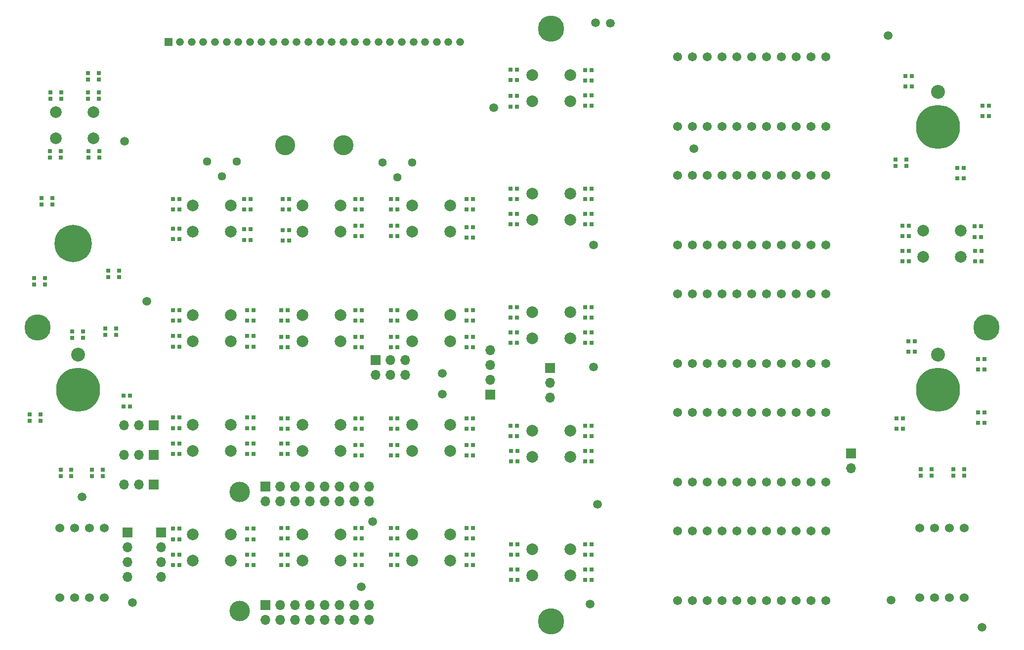
<source format=gbr>
%TF.GenerationSoftware,KiCad,Pcbnew,8.0.5*%
%TF.CreationDate,2024-10-17T21:28:36-06:00*%
%TF.ProjectId,UFC_Main,5546435f-4d61-4696-9e2e-6b696361645f,6.2.0*%
%TF.SameCoordinates,Original*%
%TF.FileFunction,Soldermask,Top*%
%TF.FilePolarity,Negative*%
%FSLAX46Y46*%
G04 Gerber Fmt 4.6, Leading zero omitted, Abs format (unit mm)*
G04 Created by KiCad (PCBNEW 8.0.5) date 2024-10-17 21:28:36*
%MOMM*%
%LPD*%
G01*
G04 APERTURE LIST*
%ADD10C,4.500000*%
%ADD11C,7.540752*%
%ADD12C,2.381250*%
%ADD13C,6.400000*%
%ADD14C,1.500000*%
%ADD15C,1.524000*%
%ADD16C,1.544000*%
%ADD17C,3.435000*%
%ADD18R,1.337000X1.337000*%
%ADD19C,1.337000*%
%ADD20R,0.700000X0.700000*%
%ADD21C,2.000000*%
%ADD22R,1.700000X1.700000*%
%ADD23O,1.700000X1.700000*%
%ADD24C,3.500000*%
%ADD25C,1.440000*%
G04 APERTURE END LIST*
D10*
%TO.C,MK1*%
X90945560Y105569200D03*
%TD*%
%TO.C,MK2*%
X165494560Y54388200D03*
%TD*%
%TO.C,MK3*%
X90945560Y3969200D03*
%TD*%
%TO.C,MK4*%
X2934560Y54388200D03*
%TD*%
D11*
%TO.C,POT1*%
X9919560Y43657200D03*
D12*
X9919560Y49657200D03*
%TD*%
D11*
%TO.C,POT3*%
X157239560Y88741200D03*
D12*
X157239560Y94741200D03*
%TD*%
D11*
%TO.C,POT2*%
X157239560Y43657200D03*
D12*
X157239560Y49657200D03*
%TD*%
D13*
%TO.C,MK5*%
X9030560Y68739200D03*
%TD*%
D14*
%TO.C,TP1*%
X98513200Y106605200D03*
%TD*%
%TO.C,TP2*%
X101053200Y106520700D03*
%TD*%
D15*
%TO.C,DS7*%
X6725560Y8051200D03*
X9265560Y8051200D03*
X11805560Y8051200D03*
X14345560Y8051200D03*
X14345560Y19951200D03*
X11805560Y19951200D03*
X9265560Y19951200D03*
X6725560Y19951200D03*
%TD*%
%TO.C,DS8*%
X154045560Y8051200D03*
X156585560Y8051200D03*
X159125560Y8051200D03*
X161665560Y8051200D03*
X161665560Y19951200D03*
X159125560Y19951200D03*
X156585560Y19951200D03*
X154045560Y19951200D03*
%TD*%
D16*
%TO.C,DS2*%
X112562560Y88831200D03*
X115102560Y88831200D03*
X117642560Y88831200D03*
X120182560Y88831200D03*
X122722560Y88831200D03*
X125262560Y88831200D03*
X127802560Y88831200D03*
X130342560Y88831200D03*
X132882560Y88831200D03*
X135422560Y88831200D03*
X137962560Y88831200D03*
X137962560Y100731200D03*
X135422560Y100731200D03*
X132882560Y100731200D03*
X130342560Y100731200D03*
X127802560Y100731200D03*
X125262560Y100731200D03*
X122722560Y100731200D03*
X120182560Y100731200D03*
X117642560Y100731200D03*
X115102560Y100731200D03*
X112557560Y100781200D03*
%TD*%
%TO.C,DS3*%
X112562560Y68511200D03*
X115102560Y68511200D03*
X117642560Y68511200D03*
X120182560Y68511200D03*
X122722560Y68511200D03*
X125262560Y68511200D03*
X127802560Y68511200D03*
X130342560Y68511200D03*
X132882560Y68511200D03*
X135422560Y68511200D03*
X137962560Y68511200D03*
X137962560Y80411200D03*
X135422560Y80411200D03*
X132882560Y80411200D03*
X130342560Y80411200D03*
X127802560Y80411200D03*
X125262560Y80411200D03*
X122722560Y80411200D03*
X120182560Y80411200D03*
X117642560Y80411200D03*
X115102560Y80411200D03*
X112557560Y80461200D03*
%TD*%
%TO.C,DS4*%
X112562560Y48191200D03*
X115102560Y48191200D03*
X117642560Y48191200D03*
X120182560Y48191200D03*
X122722560Y48191200D03*
X125262560Y48191200D03*
X127802560Y48191200D03*
X130342560Y48191200D03*
X132882560Y48191200D03*
X135422560Y48191200D03*
X137962560Y48191200D03*
X137962560Y60091200D03*
X135422560Y60091200D03*
X132882560Y60091200D03*
X130342560Y60091200D03*
X127802560Y60091200D03*
X125262560Y60091200D03*
X122722560Y60091200D03*
X120182560Y60091200D03*
X117642560Y60091200D03*
X115102560Y60091200D03*
X112557560Y60141200D03*
%TD*%
%TO.C,DS5*%
X112562560Y27871200D03*
X115102560Y27871200D03*
X117642560Y27871200D03*
X120182560Y27871200D03*
X122722560Y27871200D03*
X125262560Y27871200D03*
X127802560Y27871200D03*
X130342560Y27871200D03*
X132882560Y27871200D03*
X135422560Y27871200D03*
X137962560Y27871200D03*
X137962560Y39771200D03*
X135422560Y39771200D03*
X132882560Y39771200D03*
X130342560Y39771200D03*
X127802560Y39771200D03*
X125262560Y39771200D03*
X122722560Y39771200D03*
X120182560Y39771200D03*
X117642560Y39771200D03*
X115102560Y39771200D03*
X112557560Y39821200D03*
%TD*%
%TO.C,DS6*%
X112562560Y7551200D03*
X115102560Y7551200D03*
X117642560Y7551200D03*
X120182560Y7551200D03*
X122722560Y7551200D03*
X125262560Y7551200D03*
X127802560Y7551200D03*
X130342560Y7551200D03*
X132882560Y7551200D03*
X135422560Y7551200D03*
X137962560Y7551200D03*
X137962560Y19451200D03*
X135422560Y19451200D03*
X132882560Y19451200D03*
X130342560Y19451200D03*
X127802560Y19451200D03*
X125262560Y19451200D03*
X122722560Y19451200D03*
X120182560Y19451200D03*
X117642560Y19451200D03*
X115102560Y19451200D03*
X112557560Y19501200D03*
%TD*%
D17*
%TO.C,BL1*%
X45338560Y85578200D03*
X55338560Y85578200D03*
%TD*%
D18*
%TO.C,DS1*%
X25336560Y103282200D03*
D19*
X27336560Y103282200D03*
X29336560Y103282200D03*
X31336560Y103282200D03*
X33336560Y103282200D03*
X35336560Y103282200D03*
X37336560Y103282200D03*
X39336560Y103282200D03*
X41336560Y103282200D03*
X43336560Y103282200D03*
X45336560Y103282200D03*
X47336560Y103282200D03*
X49336560Y103282200D03*
X51336560Y103282200D03*
X53336560Y103282200D03*
X55336560Y103282200D03*
X57336560Y103282200D03*
X59336560Y103282200D03*
X61336560Y103282200D03*
X63336560Y103282200D03*
X65336560Y103282200D03*
X67336560Y103282200D03*
X69336560Y103282200D03*
X71336560Y103282200D03*
X73336560Y103282200D03*
X75336560Y103282200D03*
%TD*%
D20*
%TO.C,D30*%
X39412000Y76380200D03*
X38312000Y76380200D03*
X38312000Y74550200D03*
X39412000Y74550200D03*
%TD*%
%TO.C,D13*%
X13415000Y93550000D03*
X13415000Y94650000D03*
X11585000Y94650000D03*
X11585000Y93550000D03*
%TD*%
%TO.C,D44*%
X58462000Y19992200D03*
X57362000Y19992200D03*
X57362000Y18162200D03*
X58462000Y18162200D03*
%TD*%
D21*
%TO.C,SW4*%
X87695560Y77339200D03*
X94195560Y77339200D03*
X87695560Y72839200D03*
X94195560Y72839200D03*
%TD*%
D20*
%TO.C,D57*%
X63458000Y18162200D03*
X64558000Y18162200D03*
X64558000Y19992200D03*
X63458000Y19992200D03*
%TD*%
%TO.C,D99*%
X97832000Y53520200D03*
X96732000Y53520200D03*
X96732000Y51690200D03*
X97832000Y51690200D03*
%TD*%
%TO.C,D67*%
X83990000Y96749200D03*
X85090000Y96749200D03*
X85090000Y98579200D03*
X83990000Y98579200D03*
%TD*%
%TO.C,D1*%
X12285000Y29950000D03*
X12285000Y28850000D03*
X14115000Y28850000D03*
X14115000Y29950000D03*
%TD*%
%TO.C,D17*%
X26120000Y55500200D03*
X27220000Y55500200D03*
X27220000Y57330200D03*
X26120000Y57330200D03*
%TD*%
%TO.C,D9*%
X15087000Y64077200D03*
X15087000Y62977200D03*
X16917000Y62977200D03*
X16917000Y64077200D03*
%TD*%
%TO.C,D52*%
X63458000Y69978200D03*
X64558000Y69978200D03*
X64558000Y71808200D03*
X63458000Y71808200D03*
%TD*%
%TO.C,D62*%
X77512000Y38788200D03*
X76412000Y38788200D03*
X76412000Y36958200D03*
X77512000Y36958200D03*
%TD*%
%TO.C,D111*%
X152104000Y50166200D03*
X153204000Y50166200D03*
X153204000Y51996200D03*
X152104000Y51996200D03*
%TD*%
%TO.C,D14*%
X13415000Y96850000D03*
X13415000Y97950000D03*
X11585000Y97950000D03*
X11585000Y96850000D03*
%TD*%
%TO.C,D27*%
X39920000Y52885200D03*
X38820000Y52885200D03*
X38820000Y51055200D03*
X39920000Y51055200D03*
%TD*%
%TO.C,D54*%
X63458000Y50928200D03*
X64558000Y50928200D03*
X64558000Y52758200D03*
X63458000Y52758200D03*
%TD*%
D21*
%TO.C,SW12*%
X87695560Y36699200D03*
X94195560Y36699200D03*
X87695560Y32199200D03*
X94195560Y32199200D03*
%TD*%
D20*
%TO.C,D46*%
X58462000Y38788200D03*
X57362000Y38788200D03*
X57362000Y36958200D03*
X58462000Y36958200D03*
%TD*%
%TO.C,D2*%
X6885000Y29950000D03*
X6885000Y28850000D03*
X8715000Y28850000D03*
X8715000Y29950000D03*
%TD*%
%TO.C,D91*%
X83990000Y35688200D03*
X85090000Y35688200D03*
X85090000Y37518200D03*
X83990000Y37518200D03*
%TD*%
%TO.C,D109*%
X151088000Y69978200D03*
X152188000Y69978200D03*
X152188000Y71808200D03*
X151088000Y71808200D03*
%TD*%
D14*
%TO.C,TP12*%
X81060000Y92025000D03*
%TD*%
D20*
%TO.C,D63*%
X77512000Y52758200D03*
X76412000Y52758200D03*
X76412000Y50928200D03*
X77512000Y50928200D03*
%TD*%
D21*
%TO.C,SW11*%
X67121561Y37715200D03*
X73621561Y37715200D03*
X67121561Y33215200D03*
X73621561Y33215200D03*
%TD*%
D14*
%TO.C,TP10*%
X17868200Y86285200D03*
%TD*%
%TO.C,TP18*%
X98840000Y24080000D03*
%TD*%
D20*
%TO.C,D45*%
X58462000Y34216200D03*
X57362000Y34216200D03*
X57362000Y32386200D03*
X58462000Y32386200D03*
%TD*%
%TO.C,D49*%
X58462000Y71808200D03*
X57362000Y71808200D03*
X57362000Y69978200D03*
X58462000Y69978200D03*
%TD*%
%TO.C,D113*%
X156109000Y28983200D03*
X156109000Y30083200D03*
X154279000Y30083200D03*
X154279000Y28983200D03*
%TD*%
D21*
%TO.C,SW5*%
X29529560Y56511204D03*
X36029560Y56511204D03*
X29529560Y52011204D03*
X36029560Y52011204D03*
%TD*%
D14*
%TO.C,TP13*%
X115350000Y85040000D03*
%TD*%
%TO.C,TP16*%
X149140000Y7600000D03*
%TD*%
D20*
%TO.C,D33*%
X44662000Y55500200D03*
X45762000Y55500200D03*
X45762000Y57330200D03*
X44662000Y57330200D03*
%TD*%
%TO.C,D26*%
X39920000Y38915200D03*
X38820000Y38915200D03*
X38820000Y37085200D03*
X39920000Y37085200D03*
%TD*%
%TO.C,D97*%
X97832000Y33200200D03*
X96732000Y33200200D03*
X96732000Y31370200D03*
X97832000Y31370200D03*
%TD*%
%TO.C,D101*%
X97832000Y73840200D03*
X96732000Y73840200D03*
X96732000Y72010200D03*
X97832000Y72010200D03*
%TD*%
%TO.C,D50*%
X58462000Y76380200D03*
X57362000Y76380200D03*
X57362000Y74550200D03*
X58462000Y74550200D03*
%TD*%
%TO.C,D41*%
X44662000Y18162200D03*
X45762000Y18162200D03*
X45762000Y19992200D03*
X44662000Y19992200D03*
%TD*%
%TO.C,D8*%
X3657000Y76523200D03*
X3657000Y75423200D03*
X5487000Y75423200D03*
X5487000Y76523200D03*
%TD*%
D21*
%TO.C,SW10*%
X48325562Y37715200D03*
X54825562Y37715200D03*
X48325562Y33215200D03*
X54825562Y33215200D03*
%TD*%
%TO.C,SW9*%
X29529561Y37715200D03*
X36029561Y37715200D03*
X29529561Y33215200D03*
X36029561Y33215200D03*
%TD*%
%TO.C,SW7*%
X67121560Y56511204D03*
X73621560Y56511204D03*
X67121560Y52011204D03*
X73621560Y52011204D03*
%TD*%
D14*
%TO.C,TP7*%
X164770000Y2980000D03*
%TD*%
D20*
%TO.C,D107*%
X160486000Y79884200D03*
X161586000Y79884200D03*
X161586000Y81714200D03*
X160486000Y81714200D03*
%TD*%
%TO.C,D10*%
X11685000Y84550000D03*
X11685000Y83450000D03*
X13515000Y83450000D03*
X13515000Y84550000D03*
%TD*%
D21*
%TO.C,SW17*%
X87695560Y97659200D03*
X94195560Y97659200D03*
X87695560Y93159200D03*
X94195560Y93159200D03*
%TD*%
D20*
%TO.C,D68*%
X83990000Y92229200D03*
X85090000Y92229200D03*
X85090000Y94059200D03*
X83990000Y94059200D03*
%TD*%
D21*
%TO.C,SW14*%
X48325562Y18919199D03*
X54825562Y18919199D03*
X48325562Y14419199D03*
X54825562Y14419199D03*
%TD*%
D20*
%TO.C,D90*%
X83990000Y51690200D03*
X85090000Y51690200D03*
X85090000Y53520200D03*
X83990000Y53520200D03*
%TD*%
%TO.C,D11*%
X5085000Y84550000D03*
X5085000Y83450000D03*
X6915000Y83450000D03*
X6915000Y84550000D03*
%TD*%
%TO.C,D114*%
X159867000Y30041200D03*
X159867000Y28941200D03*
X161697000Y28941200D03*
X161697000Y30041200D03*
%TD*%
%TO.C,D5*%
X18774700Y42676700D03*
X17674700Y42676700D03*
X17674700Y40846700D03*
X18774700Y40846700D03*
%TD*%
D21*
%TO.C,SW1*%
X29529561Y75307201D03*
X36029561Y75307201D03*
X29529561Y70807201D03*
X36029561Y70807201D03*
%TD*%
D20*
%TO.C,D105*%
X152696000Y97462200D03*
X151596000Y97462200D03*
X151596000Y95632200D03*
X152696000Y95632200D03*
%TD*%
%TO.C,D115*%
X165142000Y39804200D03*
X164042000Y39804200D03*
X164042000Y37974200D03*
X165142000Y37974200D03*
%TD*%
D21*
%TO.C,SW6*%
X48325562Y56511201D03*
X54825562Y56511201D03*
X48325562Y52011201D03*
X54825562Y52011201D03*
%TD*%
D14*
%TO.C,TP11*%
X21680000Y58800000D03*
%TD*%
D21*
%TO.C,SW3*%
X67121561Y75307201D03*
X73621561Y75307201D03*
X67121561Y70807201D03*
X73621561Y70807201D03*
%TD*%
D20*
%TO.C,D95*%
X97832000Y12880200D03*
X96732000Y12880200D03*
X96732000Y11050200D03*
X97832000Y11050200D03*
%TD*%
%TO.C,D92*%
X84032000Y31370200D03*
X85132000Y31370200D03*
X85132000Y33200200D03*
X84032000Y33200200D03*
%TD*%
D14*
%TO.C,TP17*%
X98205000Y47575000D03*
%TD*%
D20*
%TO.C,D28*%
X39920000Y57330200D03*
X38820000Y57330200D03*
X38820000Y55500200D03*
X39920000Y55500200D03*
%TD*%
%TO.C,D117*%
X164592000Y71707200D03*
X163492000Y71707200D03*
X163492000Y69877200D03*
X164592000Y69877200D03*
%TD*%
D21*
%TO.C,SW13*%
X29529561Y18919199D03*
X36029561Y18919199D03*
X29529561Y14419199D03*
X36029561Y14419199D03*
%TD*%
D20*
%TO.C,D53*%
X63458000Y55500200D03*
X64558000Y55500200D03*
X64558000Y57330200D03*
X63458000Y57330200D03*
%TD*%
%TO.C,D22*%
X26120000Y13590200D03*
X27220000Y13590200D03*
X27220000Y15420200D03*
X26120000Y15420200D03*
%TD*%
D14*
%TO.C,TP3*%
X72288400Y46452400D03*
%TD*%
D20*
%TO.C,D35*%
X44662000Y36958200D03*
X45762000Y36958200D03*
X45762000Y38788200D03*
X44662000Y38788200D03*
%TD*%
%TO.C,D23*%
X39920000Y15420200D03*
X38820000Y15420200D03*
X38820000Y13590200D03*
X39920000Y13590200D03*
%TD*%
%TO.C,D7*%
X2387000Y62807200D03*
X2387000Y61707200D03*
X4217000Y61707200D03*
X4217000Y62807200D03*
%TD*%
%TO.C,D65*%
X77512000Y71554200D03*
X76412000Y71554200D03*
X76412000Y69724200D03*
X77512000Y69724200D03*
%TD*%
%TO.C,D108*%
X149961000Y83127200D03*
X149961000Y82027200D03*
X151791000Y82027200D03*
X151791000Y83127200D03*
%TD*%
%TO.C,D42*%
X44662000Y13590200D03*
X45762000Y13590200D03*
X45762000Y15420200D03*
X44662000Y15420200D03*
%TD*%
%TO.C,D93*%
X84032000Y15368200D03*
X85132000Y15368200D03*
X85132000Y17198200D03*
X84032000Y17198200D03*
%TD*%
D14*
%TO.C,TP15*%
X98205000Y68530000D03*
%TD*%
D20*
%TO.C,D103*%
X97832000Y94160200D03*
X96732000Y94160200D03*
X96732000Y92330200D03*
X97832000Y92330200D03*
%TD*%
D21*
%TO.C,SW19*%
X154624562Y70989202D03*
X161124562Y70989202D03*
X154624562Y66489202D03*
X161124562Y66489202D03*
%TD*%
D14*
%TO.C,TP5*%
X58420000Y9933200D03*
%TD*%
D20*
%TO.C,D61*%
X77512000Y34216200D03*
X76412000Y34216200D03*
X76412000Y32386200D03*
X77512000Y32386200D03*
%TD*%
%TO.C,D29*%
X39454000Y71199200D03*
X38354000Y71199200D03*
X38354000Y69369200D03*
X39454000Y69369200D03*
%TD*%
%TO.C,D88*%
X83990000Y72010200D03*
X85090000Y72010200D03*
X85090000Y73840200D03*
X83990000Y73840200D03*
%TD*%
%TO.C,D64*%
X77512000Y57330200D03*
X76412000Y57330200D03*
X76412000Y55500200D03*
X77512000Y55500200D03*
%TD*%
%TO.C,D19*%
X26120000Y37085200D03*
X27220000Y37085200D03*
X27220000Y38915200D03*
X26120000Y38915200D03*
%TD*%
%TO.C,D87*%
X83990000Y76328200D03*
X85090000Y76328200D03*
X85090000Y78158200D03*
X83990000Y78158200D03*
%TD*%
D21*
%TO.C,SW2*%
X48325562Y75307201D03*
X54825562Y75307201D03*
X48325562Y70807201D03*
X54825562Y70807201D03*
%TD*%
D14*
%TO.C,TP14*%
X10550000Y25280000D03*
%TD*%
D20*
%TO.C,D31*%
X44916000Y74550200D03*
X46016000Y74550200D03*
X46016000Y76380200D03*
X44916000Y76380200D03*
%TD*%
%TO.C,D102*%
X97832000Y78158200D03*
X96732000Y78158200D03*
X96732000Y76328200D03*
X97832000Y76328200D03*
%TD*%
%TO.C,D100*%
X97832000Y57838200D03*
X96732000Y57838200D03*
X96732000Y56008200D03*
X97832000Y56008200D03*
%TD*%
%TO.C,D32*%
X44916000Y69216200D03*
X46016000Y69216200D03*
X46016000Y71046200D03*
X44916000Y71046200D03*
%TD*%
%TO.C,D55*%
X63458000Y36958200D03*
X64558000Y36958200D03*
X64558000Y38788200D03*
X63458000Y38788200D03*
%TD*%
%TO.C,D56*%
X63458000Y32386200D03*
X64558000Y32386200D03*
X64558000Y34216200D03*
X63458000Y34216200D03*
%TD*%
%TO.C,D112*%
X150072000Y36958200D03*
X151172000Y36958200D03*
X151172000Y38788200D03*
X150072000Y38788200D03*
%TD*%
%TO.C,D4*%
X10719200Y52566200D03*
X10719200Y53666200D03*
X8889200Y53666200D03*
X8889200Y52566200D03*
%TD*%
%TO.C,D60*%
X77512000Y19992200D03*
X76412000Y19992200D03*
X76412000Y18162200D03*
X77512000Y18162200D03*
%TD*%
%TO.C,D51*%
X63458000Y74550200D03*
X64558000Y74550200D03*
X64558000Y76380200D03*
X63458000Y76380200D03*
%TD*%
%TO.C,D106*%
X164804000Y90552200D03*
X165904000Y90552200D03*
X165904000Y92382200D03*
X164804000Y92382200D03*
%TD*%
%TO.C,D6*%
X14579000Y54171200D03*
X14579000Y53071200D03*
X16409000Y53071200D03*
X16409000Y54171200D03*
%TD*%
%TO.C,D86*%
X164634000Y67490200D03*
X163534000Y67490200D03*
X163534000Y65660200D03*
X164634000Y65660200D03*
%TD*%
%TO.C,D21*%
X26120000Y18035200D03*
X27220000Y18035200D03*
X27220000Y19865200D03*
X26120000Y19865200D03*
%TD*%
%TO.C,D15*%
X26120000Y74550200D03*
X27220000Y74550200D03*
X27220000Y76380200D03*
X26120000Y76380200D03*
%TD*%
%TO.C,D12*%
X7015000Y93550000D03*
X7015000Y94650000D03*
X5185000Y94650000D03*
X5185000Y93550000D03*
%TD*%
%TO.C,D104*%
X97832000Y98478200D03*
X96732000Y98478200D03*
X96732000Y96648200D03*
X97832000Y96648200D03*
%TD*%
%TO.C,D94*%
X84032000Y11050200D03*
X85132000Y11050200D03*
X85132000Y12880200D03*
X84032000Y12880200D03*
%TD*%
D14*
%TO.C,TP19*%
X97570000Y6935000D03*
%TD*%
D21*
%TO.C,SW8*%
X87695560Y57019200D03*
X94195560Y57019200D03*
X87695560Y52519200D03*
X94195560Y52519200D03*
%TD*%
D20*
%TO.C,D16*%
X26120000Y69470200D03*
X27220000Y69470200D03*
X27220000Y71300200D03*
X26120000Y71300200D03*
%TD*%
%TO.C,D18*%
X26120000Y51055200D03*
X27220000Y51055200D03*
X27220000Y52885200D03*
X26120000Y52885200D03*
%TD*%
D21*
%TO.C,SW18*%
X6034560Y91309200D03*
X12534560Y91309200D03*
X6034560Y86809200D03*
X12534560Y86809200D03*
%TD*%
D20*
%TO.C,D43*%
X58462000Y15420200D03*
X57362000Y15420200D03*
X57362000Y13590200D03*
X58462000Y13590200D03*
%TD*%
%TO.C,D116*%
X165142000Y48948200D03*
X164042000Y48948200D03*
X164042000Y47118200D03*
X165142000Y47118200D03*
%TD*%
D21*
%TO.C,SW15*%
X67121560Y18919199D03*
X73621560Y18919199D03*
X67121560Y14419199D03*
X73621560Y14419199D03*
%TD*%
D20*
%TO.C,D20*%
X26120000Y32640200D03*
X27220000Y32640200D03*
X27220000Y34470200D03*
X26120000Y34470200D03*
%TD*%
%TO.C,D48*%
X58462000Y57330200D03*
X57362000Y57330200D03*
X57362000Y55500200D03*
X58462000Y55500200D03*
%TD*%
%TO.C,D25*%
X39920000Y34470200D03*
X38820000Y34470200D03*
X38820000Y32640200D03*
X39920000Y32640200D03*
%TD*%
%TO.C,D96*%
X97832000Y17198200D03*
X96732000Y17198200D03*
X96732000Y15368200D03*
X97832000Y15368200D03*
%TD*%
%TO.C,D3*%
X1625000Y39450000D03*
X1625000Y38350000D03*
X3455000Y38350000D03*
X3455000Y39450000D03*
%TD*%
D14*
%TO.C,TP4*%
X72288400Y42902400D03*
%TD*%
D20*
%TO.C,D66*%
X77512000Y76380200D03*
X76412000Y76380200D03*
X76412000Y74550200D03*
X77512000Y74550200D03*
%TD*%
D14*
%TO.C,TP9*%
X148674700Y104426700D03*
%TD*%
D20*
%TO.C,D89*%
X83990000Y56008200D03*
X85090000Y56008200D03*
X85090000Y57838200D03*
X83990000Y57838200D03*
%TD*%
%TO.C,D98*%
X97832000Y37518200D03*
X96732000Y37518200D03*
X96732000Y35688200D03*
X97832000Y35688200D03*
%TD*%
%TO.C,D34*%
X44662000Y50928200D03*
X45762000Y50928200D03*
X45762000Y52758200D03*
X44662000Y52758200D03*
%TD*%
%TO.C,D24*%
X39920000Y19865200D03*
X38820000Y19865200D03*
X38820000Y18035200D03*
X39920000Y18035200D03*
%TD*%
D14*
%TO.C,TP6*%
X60325000Y21109200D03*
%TD*%
%TO.C,TP8*%
X19194700Y7196700D03*
%TD*%
D20*
%TO.C,D36*%
X44662000Y32640200D03*
X45762000Y32640200D03*
X45762000Y34470200D03*
X44662000Y34470200D03*
%TD*%
%TO.C,D47*%
X58462000Y52758200D03*
X57362000Y52758200D03*
X57362000Y50928200D03*
X58462000Y50928200D03*
%TD*%
D21*
%TO.C,SW16*%
X87695560Y16379200D03*
X94195560Y16379200D03*
X87695560Y11879200D03*
X94195560Y11879200D03*
%TD*%
D20*
%TO.C,D58*%
X63458000Y13590200D03*
X64558000Y13590200D03*
X64558000Y15420200D03*
X63458000Y15420200D03*
%TD*%
%TO.C,D59*%
X77512000Y15420200D03*
X76412000Y15420200D03*
X76412000Y13590200D03*
X77512000Y13590200D03*
%TD*%
%TO.C,D110*%
X151088000Y65660200D03*
X152188000Y65660200D03*
X152188000Y67490200D03*
X151088000Y67490200D03*
%TD*%
D22*
%TO.C,J1*%
X142280764Y32800000D03*
D23*
X142280764Y30260000D03*
%TD*%
D22*
%TO.C,J2*%
X18350000Y19215200D03*
D23*
X18350000Y16675200D03*
X18350000Y14135200D03*
X18350000Y11595200D03*
%TD*%
D22*
%TO.C,J3*%
X22845000Y37592000D03*
D23*
X20305000Y37592000D03*
X17765000Y37592000D03*
%TD*%
D22*
%TO.C,J4*%
X22845000Y27432000D03*
D23*
X20305000Y27432000D03*
X17765000Y27432000D03*
%TD*%
D22*
%TO.C,J5*%
X60888200Y48780200D03*
D23*
X60888200Y46240200D03*
X63428200Y48780200D03*
X63428200Y46240200D03*
X65968200Y48780200D03*
X65968200Y46240200D03*
%TD*%
D22*
%TO.C,J6*%
X80518000Y42875200D03*
D23*
X80518000Y45415200D03*
X80518000Y47955200D03*
X80518000Y50495200D03*
%TD*%
D22*
%TO.C,J7*%
X24130000Y19215200D03*
D23*
X24130000Y16675200D03*
X24130000Y14135200D03*
X24130000Y11595200D03*
%TD*%
D22*
%TO.C,J8*%
X22845000Y32512000D03*
D23*
X20305000Y32512000D03*
X17765000Y32512000D03*
%TD*%
D22*
%TO.C,J9*%
X90759000Y47423200D03*
D23*
X90759000Y44883200D03*
X90759000Y42343200D03*
%TD*%
D22*
%TO.C,MC1*%
X41986560Y27127200D03*
D23*
X44526560Y27127200D03*
X47066560Y27127200D03*
X49606560Y27127200D03*
X52146560Y27127200D03*
X54686560Y27127200D03*
X57226560Y27127200D03*
X59766560Y27127200D03*
X41986560Y24587200D03*
X44526560Y24587200D03*
X47066560Y24587200D03*
X49606560Y24587200D03*
X52146560Y24587200D03*
X54686560Y24587200D03*
X57226560Y24587200D03*
X59766560Y24587200D03*
D22*
X41986560Y6807200D03*
D23*
X44526560Y6807200D03*
X47066560Y6807200D03*
X49606560Y6807200D03*
X52146560Y6807200D03*
X54686560Y6807200D03*
X57226560Y6807200D03*
X59766560Y6807200D03*
X41986560Y4267200D03*
X44526560Y4267200D03*
X47066560Y4267200D03*
X49606560Y4267200D03*
X52146560Y4267200D03*
X54686560Y4267200D03*
X57226560Y4267200D03*
X59766560Y4267200D03*
D24*
X37576560Y26117200D03*
X37576560Y5717199D03*
%TD*%
D25*
%TO.C,RV2*%
X37084000Y82804000D03*
X34544000Y80264000D03*
X32004000Y82804000D03*
%TD*%
%TO.C,RV1*%
X67144700Y82616700D03*
X64604700Y80076700D03*
X62064700Y82616700D03*
%TD*%
M02*

</source>
